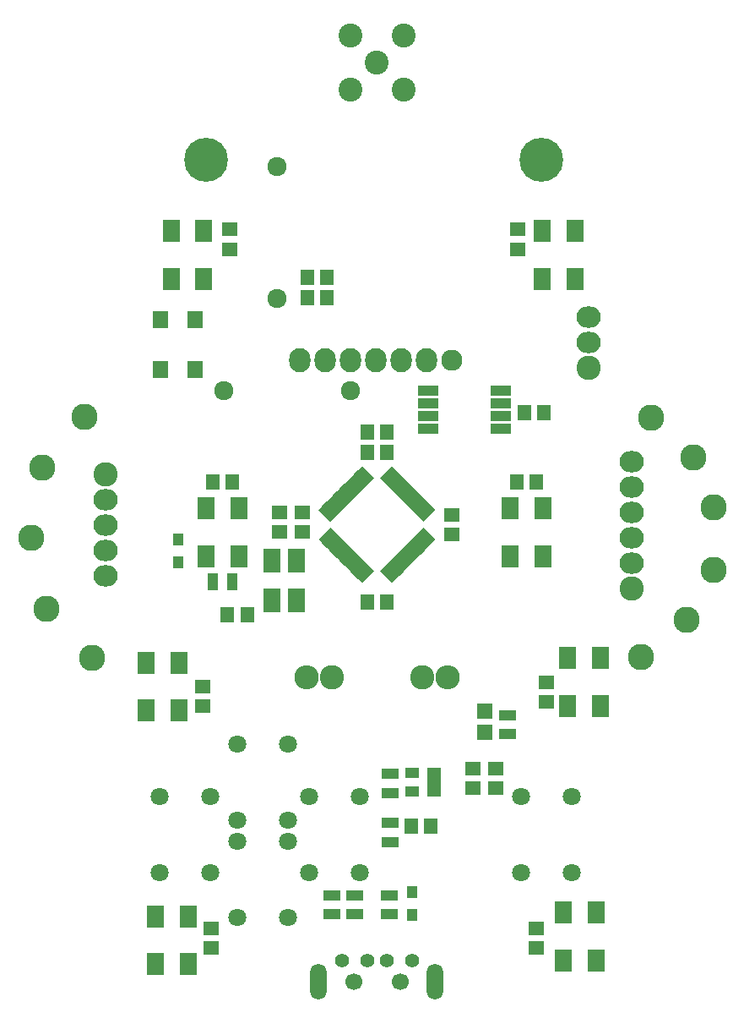
<source format=gts>
G04 #@! TF.FileFunction,Soldermask,Top*
%FSLAX46Y46*%
G04 Gerber Fmt 4.6, Leading zero omitted, Abs format (unit mm)*
G04 Created by KiCad (PCBNEW 4.0.2+e4-6225~38~ubuntu16.04.1-stable) date Wed 15 Jun 2016 08:19:12 PM PDT*
%MOMM*%
G01*
G04 APERTURE LIST*
%ADD10C,0.100000*%
%ADD11C,2.432000*%
%ADD12O,2.432000X2.127200*%
%ADD13C,2.398980*%
%ADD14R,1.650000X1.400000*%
%ADD15C,2.635200*%
%ADD16R,1.400000X1.650000*%
%ADD17C,4.400000*%
%ADD18C,1.797000*%
%ADD19R,2.100000X1.050000*%
%ADD20R,1.460000X1.050000*%
%ADD21R,1.700000X1.100000*%
%ADD22R,1.598880X1.598880*%
%ADD23R,1.800000X2.200000*%
%ADD24R,1.100000X1.700000*%
%ADD25C,1.924000*%
%ADD26O,2.432000X2.432000*%
%ADD27R,1.050000X1.200000*%
%ADD28R,1.700000X2.400000*%
%ADD29C,1.400000*%
%ADD30O,1.650000X3.600000*%
%ADD31C,1.700000*%
%ADD32C,2.127200*%
%ADD33O,2.127200X2.432000*%
%ADD34R,1.500000X1.700000*%
G04 APERTURE END LIST*
D10*
D11*
X67750000Y-92960000D03*
D12*
X67750000Y-95500000D03*
X67750000Y-98040000D03*
X67750000Y-100580000D03*
X67750000Y-103120000D03*
D13*
X95000000Y-51750000D03*
X97700020Y-49049980D03*
X92299980Y-49049980D03*
X92299980Y-54450020D03*
X97700020Y-54450020D03*
D14*
X112000000Y-113750000D03*
X112000000Y-115750000D03*
D10*
G36*
X89608311Y-99941763D02*
X89148692Y-99482144D01*
X90350773Y-98280063D01*
X90810392Y-98739682D01*
X89608311Y-99941763D01*
X89608311Y-99941763D01*
G37*
G36*
X89961864Y-100295316D02*
X89502245Y-99835697D01*
X90704326Y-98633616D01*
X91163945Y-99093235D01*
X89961864Y-100295316D01*
X89961864Y-100295316D01*
G37*
G36*
X90315418Y-100648870D02*
X89855799Y-100189251D01*
X91057880Y-98987170D01*
X91517499Y-99446789D01*
X90315418Y-100648870D01*
X90315418Y-100648870D01*
G37*
G36*
X90668971Y-101002423D02*
X90209352Y-100542804D01*
X91411433Y-99340723D01*
X91871052Y-99800342D01*
X90668971Y-101002423D01*
X90668971Y-101002423D01*
G37*
G36*
X91022524Y-101355976D02*
X90562905Y-100896357D01*
X91764986Y-99694276D01*
X92224605Y-100153895D01*
X91022524Y-101355976D01*
X91022524Y-101355976D01*
G37*
G36*
X91376078Y-101709530D02*
X90916459Y-101249911D01*
X92118540Y-100047830D01*
X92578159Y-100507449D01*
X91376078Y-101709530D01*
X91376078Y-101709530D01*
G37*
G36*
X91729631Y-102063083D02*
X91270012Y-101603464D01*
X92472093Y-100401383D01*
X92931712Y-100861002D01*
X91729631Y-102063083D01*
X91729631Y-102063083D01*
G37*
G36*
X92083185Y-102416637D02*
X91623566Y-101957018D01*
X92825647Y-100754937D01*
X93285266Y-101214556D01*
X92083185Y-102416637D01*
X92083185Y-102416637D01*
G37*
G36*
X92436738Y-102770190D02*
X91977119Y-102310571D01*
X93179200Y-101108490D01*
X93638819Y-101568109D01*
X92436738Y-102770190D01*
X92436738Y-102770190D01*
G37*
G36*
X92790291Y-103123743D02*
X92330672Y-102664124D01*
X93532753Y-101462043D01*
X93992372Y-101921662D01*
X92790291Y-103123743D01*
X92790291Y-103123743D01*
G37*
G36*
X93143845Y-103477297D02*
X92684226Y-103017678D01*
X93886307Y-101815597D01*
X94345926Y-102275216D01*
X93143845Y-103477297D01*
X93143845Y-103477297D01*
G37*
G36*
X93497398Y-103830850D02*
X93037779Y-103371231D01*
X94239860Y-102169150D01*
X94699479Y-102628769D01*
X93497398Y-103830850D01*
X93497398Y-103830850D01*
G37*
G36*
X96962221Y-103371231D02*
X96502602Y-103830850D01*
X95300521Y-102628769D01*
X95760140Y-102169150D01*
X96962221Y-103371231D01*
X96962221Y-103371231D01*
G37*
G36*
X97315774Y-103017678D02*
X96856155Y-103477297D01*
X95654074Y-102275216D01*
X96113693Y-101815597D01*
X97315774Y-103017678D01*
X97315774Y-103017678D01*
G37*
G36*
X97669328Y-102664124D02*
X97209709Y-103123743D01*
X96007628Y-101921662D01*
X96467247Y-101462043D01*
X97669328Y-102664124D01*
X97669328Y-102664124D01*
G37*
G36*
X98022881Y-102310571D02*
X97563262Y-102770190D01*
X96361181Y-101568109D01*
X96820800Y-101108490D01*
X98022881Y-102310571D01*
X98022881Y-102310571D01*
G37*
G36*
X98376434Y-101957018D02*
X97916815Y-102416637D01*
X96714734Y-101214556D01*
X97174353Y-100754937D01*
X98376434Y-101957018D01*
X98376434Y-101957018D01*
G37*
G36*
X98729988Y-101603464D02*
X98270369Y-102063083D01*
X97068288Y-100861002D01*
X97527907Y-100401383D01*
X98729988Y-101603464D01*
X98729988Y-101603464D01*
G37*
G36*
X99083541Y-101249911D02*
X98623922Y-101709530D01*
X97421841Y-100507449D01*
X97881460Y-100047830D01*
X99083541Y-101249911D01*
X99083541Y-101249911D01*
G37*
G36*
X99437095Y-100896357D02*
X98977476Y-101355976D01*
X97775395Y-100153895D01*
X98235014Y-99694276D01*
X99437095Y-100896357D01*
X99437095Y-100896357D01*
G37*
G36*
X99790648Y-100542804D02*
X99331029Y-101002423D01*
X98128948Y-99800342D01*
X98588567Y-99340723D01*
X99790648Y-100542804D01*
X99790648Y-100542804D01*
G37*
G36*
X100144201Y-100189251D02*
X99684582Y-100648870D01*
X98482501Y-99446789D01*
X98942120Y-98987170D01*
X100144201Y-100189251D01*
X100144201Y-100189251D01*
G37*
G36*
X100497755Y-99835697D02*
X100038136Y-100295316D01*
X98836055Y-99093235D01*
X99295674Y-98633616D01*
X100497755Y-99835697D01*
X100497755Y-99835697D01*
G37*
G36*
X100851308Y-99482144D02*
X100391689Y-99941763D01*
X99189608Y-98739682D01*
X99649227Y-98280063D01*
X100851308Y-99482144D01*
X100851308Y-99482144D01*
G37*
G36*
X99649227Y-97679021D02*
X99189608Y-97219402D01*
X100391689Y-96017321D01*
X100851308Y-96476940D01*
X99649227Y-97679021D01*
X99649227Y-97679021D01*
G37*
G36*
X99295674Y-97325468D02*
X98836055Y-96865849D01*
X100038136Y-95663768D01*
X100497755Y-96123387D01*
X99295674Y-97325468D01*
X99295674Y-97325468D01*
G37*
G36*
X98942120Y-96971914D02*
X98482501Y-96512295D01*
X99684582Y-95310214D01*
X100144201Y-95769833D01*
X98942120Y-96971914D01*
X98942120Y-96971914D01*
G37*
G36*
X98588567Y-96618361D02*
X98128948Y-96158742D01*
X99331029Y-94956661D01*
X99790648Y-95416280D01*
X98588567Y-96618361D01*
X98588567Y-96618361D01*
G37*
G36*
X98235014Y-96264808D02*
X97775395Y-95805189D01*
X98977476Y-94603108D01*
X99437095Y-95062727D01*
X98235014Y-96264808D01*
X98235014Y-96264808D01*
G37*
G36*
X97881460Y-95911254D02*
X97421841Y-95451635D01*
X98623922Y-94249554D01*
X99083541Y-94709173D01*
X97881460Y-95911254D01*
X97881460Y-95911254D01*
G37*
G36*
X97527907Y-95557701D02*
X97068288Y-95098082D01*
X98270369Y-93896001D01*
X98729988Y-94355620D01*
X97527907Y-95557701D01*
X97527907Y-95557701D01*
G37*
G36*
X97174353Y-95204147D02*
X96714734Y-94744528D01*
X97916815Y-93542447D01*
X98376434Y-94002066D01*
X97174353Y-95204147D01*
X97174353Y-95204147D01*
G37*
G36*
X96820800Y-94850594D02*
X96361181Y-94390975D01*
X97563262Y-93188894D01*
X98022881Y-93648513D01*
X96820800Y-94850594D01*
X96820800Y-94850594D01*
G37*
G36*
X96467247Y-94497041D02*
X96007628Y-94037422D01*
X97209709Y-92835341D01*
X97669328Y-93294960D01*
X96467247Y-94497041D01*
X96467247Y-94497041D01*
G37*
G36*
X96113693Y-94143487D02*
X95654074Y-93683868D01*
X96856155Y-92481787D01*
X97315774Y-92941406D01*
X96113693Y-94143487D01*
X96113693Y-94143487D01*
G37*
G36*
X95760140Y-93789934D02*
X95300521Y-93330315D01*
X96502602Y-92128234D01*
X96962221Y-92587853D01*
X95760140Y-93789934D01*
X95760140Y-93789934D01*
G37*
G36*
X94699479Y-93330315D02*
X94239860Y-93789934D01*
X93037779Y-92587853D01*
X93497398Y-92128234D01*
X94699479Y-93330315D01*
X94699479Y-93330315D01*
G37*
G36*
X94345926Y-93683868D02*
X93886307Y-94143487D01*
X92684226Y-92941406D01*
X93143845Y-92481787D01*
X94345926Y-93683868D01*
X94345926Y-93683868D01*
G37*
G36*
X93992372Y-94037422D02*
X93532753Y-94497041D01*
X92330672Y-93294960D01*
X92790291Y-92835341D01*
X93992372Y-94037422D01*
X93992372Y-94037422D01*
G37*
G36*
X93638819Y-94390975D02*
X93179200Y-94850594D01*
X91977119Y-93648513D01*
X92436738Y-93188894D01*
X93638819Y-94390975D01*
X93638819Y-94390975D01*
G37*
G36*
X93285266Y-94744528D02*
X92825647Y-95204147D01*
X91623566Y-94002066D01*
X92083185Y-93542447D01*
X93285266Y-94744528D01*
X93285266Y-94744528D01*
G37*
G36*
X92931712Y-95098082D02*
X92472093Y-95557701D01*
X91270012Y-94355620D01*
X91729631Y-93896001D01*
X92931712Y-95098082D01*
X92931712Y-95098082D01*
G37*
G36*
X92578159Y-95451635D02*
X92118540Y-95911254D01*
X90916459Y-94709173D01*
X91376078Y-94249554D01*
X92578159Y-95451635D01*
X92578159Y-95451635D01*
G37*
G36*
X92224605Y-95805189D02*
X91764986Y-96264808D01*
X90562905Y-95062727D01*
X91022524Y-94603108D01*
X92224605Y-95805189D01*
X92224605Y-95805189D01*
G37*
G36*
X91871052Y-96158742D02*
X91411433Y-96618361D01*
X90209352Y-95416280D01*
X90668971Y-94956661D01*
X91871052Y-96158742D01*
X91871052Y-96158742D01*
G37*
G36*
X91517499Y-96512295D02*
X91057880Y-96971914D01*
X89855799Y-95769833D01*
X90315418Y-95310214D01*
X91517499Y-96512295D01*
X91517499Y-96512295D01*
G37*
G36*
X91163945Y-96865849D02*
X90704326Y-97325468D01*
X89502245Y-96123387D01*
X89961864Y-95663768D01*
X91163945Y-96865849D01*
X91163945Y-96865849D01*
G37*
G36*
X90810392Y-97219402D02*
X90350773Y-97679021D01*
X89148692Y-96476940D01*
X89608311Y-96017321D01*
X90810392Y-97219402D01*
X90810392Y-97219402D01*
G37*
D15*
X61900000Y-106400000D03*
X128750000Y-96250000D03*
D16*
X98400000Y-128200000D03*
X100400000Y-128200000D03*
D14*
X85250000Y-98750000D03*
X85250000Y-96750000D03*
D16*
X82000000Y-107000000D03*
X80000000Y-107000000D03*
X96000000Y-105750000D03*
X94000000Y-105750000D03*
D14*
X102500000Y-99000000D03*
X102500000Y-97000000D03*
D17*
X77900000Y-61500000D03*
X111500000Y-61500000D03*
D11*
X116250000Y-82290000D03*
D12*
X116250000Y-79750000D03*
X116250000Y-77210000D03*
D11*
X120500000Y-104370000D03*
D12*
X120500000Y-101830000D03*
X120500000Y-99290000D03*
X120500000Y-96750000D03*
X120500000Y-94210000D03*
X120500000Y-91670000D03*
D15*
X66400000Y-111300000D03*
X121500000Y-111250000D03*
X126000000Y-107500000D03*
X128750000Y-102500000D03*
X126750000Y-91250000D03*
X122500000Y-87250000D03*
X65700000Y-87200000D03*
X60300000Y-99300000D03*
X61400000Y-92300000D03*
D14*
X80200000Y-68400000D03*
X80200000Y-70400000D03*
D16*
X88000000Y-75250000D03*
X90000000Y-75250000D03*
X96000000Y-90750000D03*
X94000000Y-90750000D03*
D14*
X87500000Y-98750000D03*
X87500000Y-96750000D03*
D16*
X80500000Y-93750000D03*
X78500000Y-93750000D03*
X111000000Y-93750000D03*
X109000000Y-93750000D03*
D14*
X77500000Y-114200000D03*
X77500000Y-116200000D03*
D18*
X80960000Y-119940000D03*
X86040000Y-119940000D03*
X80960000Y-127560000D03*
X86040000Y-127560000D03*
X88210000Y-125190000D03*
X93290000Y-125190000D03*
X88210000Y-132810000D03*
X93290000Y-132810000D03*
X73210000Y-125190000D03*
X78290000Y-125190000D03*
X73210000Y-132810000D03*
X78290000Y-132810000D03*
X80960000Y-129690000D03*
X86040000Y-129690000D03*
X80960000Y-137310000D03*
X86040000Y-137310000D03*
X109460000Y-125190000D03*
X114540000Y-125190000D03*
X109460000Y-132810000D03*
X114540000Y-132810000D03*
D14*
X111000000Y-138400000D03*
X111000000Y-140400000D03*
X109100000Y-68400000D03*
X109100000Y-70400000D03*
D19*
X100100000Y-84595000D03*
X100100000Y-85865000D03*
X100100000Y-87135000D03*
X100100000Y-88405000D03*
X107400000Y-88405000D03*
X107400000Y-87135000D03*
X107400000Y-85865000D03*
X107400000Y-84595000D03*
D20*
X100700000Y-124750000D03*
X100700000Y-123800000D03*
X100700000Y-122850000D03*
X98500000Y-122850000D03*
X98500000Y-124750000D03*
D14*
X104600000Y-124400000D03*
X104600000Y-122400000D03*
D16*
X96000000Y-88750000D03*
X94000000Y-88750000D03*
D14*
X106900000Y-122400000D03*
X106900000Y-124400000D03*
D21*
X96300000Y-124850000D03*
X96300000Y-122950000D03*
X96300000Y-129750000D03*
X96300000Y-127850000D03*
X108100000Y-118950000D03*
X108100000Y-117050000D03*
D22*
X105800000Y-118749020D03*
X105800000Y-116650980D03*
D23*
X75140000Y-111800000D03*
X71840000Y-111800000D03*
X71840000Y-116600000D03*
X75140000Y-116600000D03*
X117400000Y-111350000D03*
X114100000Y-111350000D03*
X114100000Y-116150000D03*
X117400000Y-116150000D03*
X117000000Y-136850000D03*
X113700000Y-136850000D03*
X113700000Y-141650000D03*
X117000000Y-141650000D03*
X76050000Y-137200000D03*
X72750000Y-137200000D03*
X72750000Y-142000000D03*
X76050000Y-142000000D03*
X111650000Y-96350000D03*
X108350000Y-96350000D03*
X108350000Y-101150000D03*
X111650000Y-101150000D03*
X81150000Y-96350000D03*
X77850000Y-96350000D03*
X77850000Y-101150000D03*
X81150000Y-101150000D03*
X77650000Y-68600000D03*
X74350000Y-68600000D03*
X74350000Y-73400000D03*
X77650000Y-73400000D03*
X114900000Y-68600000D03*
X111600000Y-68600000D03*
X111600000Y-73400000D03*
X114900000Y-73400000D03*
D21*
X96250000Y-135100000D03*
X96250000Y-137000000D03*
X92750000Y-135100000D03*
X92750000Y-137000000D03*
X90500000Y-135100000D03*
X90500000Y-137000000D03*
D24*
X78550000Y-103750000D03*
X80450000Y-103750000D03*
D25*
X85000000Y-62150000D03*
X85000000Y-75350000D03*
D11*
X90500000Y-113250000D03*
D26*
X87960000Y-113250000D03*
D11*
X99500000Y-113250000D03*
D26*
X102040000Y-113250000D03*
D16*
X109750000Y-86750000D03*
X111750000Y-86750000D03*
X88000000Y-73250000D03*
X90000000Y-73250000D03*
D14*
X78400000Y-138400000D03*
X78400000Y-140400000D03*
D27*
X75100000Y-101800000D03*
X75100000Y-99490000D03*
X98500000Y-134790000D03*
X98500000Y-137100000D03*
D28*
X84500000Y-101600000D03*
X84500000Y-105600000D03*
X86900000Y-105600000D03*
X86900000Y-101600000D03*
D29*
X91500000Y-141620000D03*
X94000000Y-141620000D03*
X96000000Y-141620000D03*
X98500000Y-141620000D03*
D30*
X100850000Y-143750000D03*
D31*
X92700000Y-143750000D03*
X97300000Y-143750000D03*
D30*
X89150000Y-143750000D03*
D25*
X79650000Y-84580000D03*
X92350000Y-84580000D03*
D32*
X102500000Y-81500000D03*
D33*
X99960000Y-81500000D03*
X97420000Y-81500000D03*
X94880000Y-81500000D03*
X92340000Y-81500000D03*
X89800000Y-81500000D03*
X87260000Y-81500000D03*
D34*
X76750000Y-77500000D03*
X76750000Y-82500000D03*
X73250000Y-77500000D03*
X73250000Y-82500000D03*
M02*

</source>
